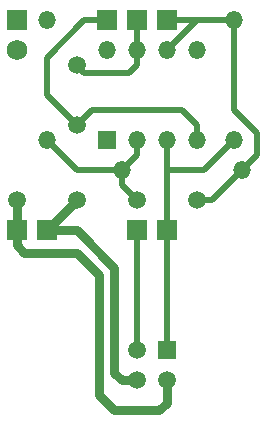
<source format=gtl>
G04 (created by PCBNEW (2013-07-07 BZR 4022)-stable) date Sun 21 May 2017 12:44:06 AM CDT*
%MOIN*%
G04 Gerber Fmt 3.4, Leading zero omitted, Abs format*
%FSLAX34Y34*%
G01*
G70*
G90*
G04 APERTURE LIST*
%ADD10C,0.00590551*%
%ADD11R,0.059X0.059*%
%ADD12C,0.059*%
%ADD13O,0.059X0.059*%
%ADD14R,0.069X0.069*%
%ADD15C,0.069*%
%ADD16C,0.03*%
%ADD17C,0.02*%
G04 APERTURE END LIST*
G54D10*
G54D11*
X123000Y-30000D03*
G54D12*
X122000Y-31000D03*
X123000Y-31000D03*
X122000Y-30000D03*
G54D13*
X125500Y-24000D03*
X121500Y-24000D03*
X119000Y-23000D03*
X119000Y-19000D03*
X125250Y-19000D03*
X125250Y-23000D03*
G54D11*
X121000Y-23000D03*
G54D13*
X122000Y-23000D03*
X123000Y-23000D03*
X124000Y-23000D03*
X124000Y-20000D03*
X123000Y-20000D03*
X121000Y-20000D03*
X122000Y-20000D03*
G54D14*
X119000Y-26000D03*
X118000Y-26000D03*
X122000Y-19000D03*
X121000Y-19000D03*
X123000Y-26000D03*
X122000Y-26000D03*
X123000Y-19000D03*
G54D12*
X124000Y-25000D03*
X122000Y-25000D03*
X120000Y-20500D03*
X120000Y-22500D03*
X120000Y-25000D03*
X118000Y-25000D03*
G54D14*
X118000Y-19000D03*
G54D15*
X118000Y-20000D03*
G54D16*
X119000Y-26000D02*
X120000Y-25000D01*
X119000Y-26000D02*
X120000Y-26000D01*
X121500Y-31000D02*
X122000Y-31000D01*
X121500Y-31000D02*
X121250Y-30750D01*
X121250Y-30750D02*
X121250Y-28000D01*
X121250Y-28000D02*
X121250Y-27500D01*
X121250Y-27500D02*
X121250Y-27250D01*
X121250Y-27250D02*
X120000Y-26000D01*
G54D17*
X122000Y-19000D02*
X122000Y-20000D01*
X122000Y-20000D02*
X122000Y-20500D01*
X120250Y-20750D02*
X120000Y-20500D01*
X121750Y-20750D02*
X120250Y-20750D01*
X122000Y-20500D02*
X121750Y-20750D01*
X123000Y-19000D02*
X124000Y-19000D01*
X123000Y-20000D02*
X124000Y-19000D01*
X124000Y-19000D02*
X125250Y-19000D01*
X125250Y-19000D02*
X125250Y-22000D01*
X125250Y-22000D02*
X126000Y-22750D01*
X126000Y-22750D02*
X126000Y-23500D01*
X126000Y-23500D02*
X125500Y-24000D01*
X124000Y-25000D02*
X124500Y-25000D01*
X124500Y-25000D02*
X125500Y-24000D01*
X123000Y-26000D02*
X123000Y-30000D01*
X125250Y-23000D02*
X124250Y-24000D01*
X124250Y-24000D02*
X123000Y-24000D01*
X123000Y-23000D02*
X123000Y-24000D01*
X123000Y-24000D02*
X123000Y-26000D01*
G54D16*
X118000Y-26000D02*
X118000Y-26500D01*
X123000Y-31750D02*
X123000Y-31000D01*
X122750Y-32000D02*
X123000Y-31750D01*
X121250Y-32000D02*
X122750Y-32000D01*
X120750Y-31500D02*
X121250Y-32000D01*
X120750Y-27500D02*
X120750Y-31500D01*
X120000Y-26750D02*
X120750Y-27500D01*
X118250Y-26750D02*
X120000Y-26750D01*
X118000Y-26500D02*
X118250Y-26750D01*
X118000Y-26000D02*
X118000Y-25000D01*
G54D17*
X121000Y-19000D02*
X120250Y-19000D01*
X120250Y-19000D02*
X119000Y-20250D01*
X119000Y-20250D02*
X119000Y-21250D01*
X119000Y-21250D02*
X119000Y-21500D01*
X119000Y-21500D02*
X120000Y-22500D01*
X120000Y-22500D02*
X120500Y-22000D01*
X120500Y-22000D02*
X122750Y-22000D01*
X122750Y-22000D02*
X123500Y-22000D01*
X123500Y-22000D02*
X124000Y-22500D01*
X124000Y-22500D02*
X124000Y-23000D01*
X122000Y-26000D02*
X122000Y-30000D01*
X121500Y-24000D02*
X121500Y-24500D01*
X121500Y-24500D02*
X122000Y-25000D01*
X121500Y-24000D02*
X120000Y-24000D01*
X120000Y-24000D02*
X119000Y-23000D01*
X122000Y-23000D02*
X122000Y-23500D01*
X122000Y-23500D02*
X121500Y-24000D01*
M02*

</source>
